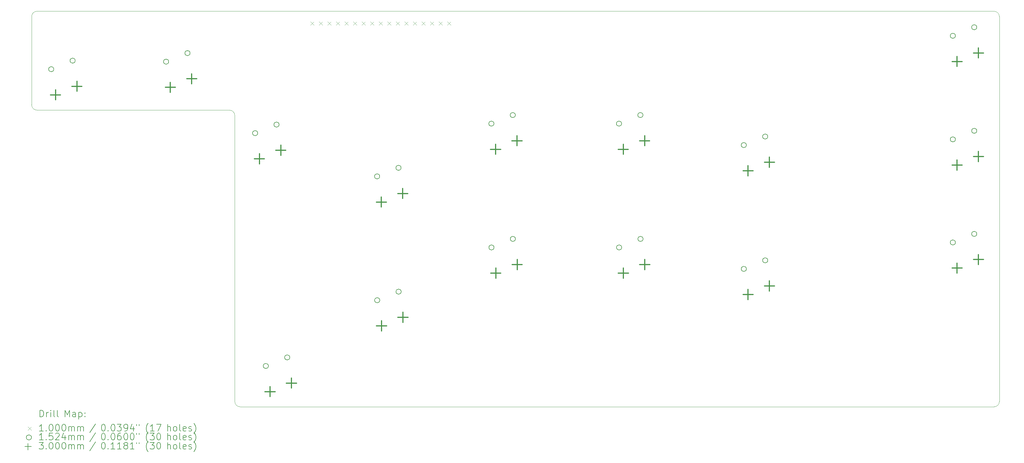
<source format=gbr>
%TF.GenerationSoftware,KiCad,Pcbnew,(7.0.0)*%
%TF.CreationDate,2023-03-03T17:09:04-06:00*%
%TF.ProjectId,Frosty,46726f73-7479-42e6-9b69-6361645f7063,rev?*%
%TF.SameCoordinates,Original*%
%TF.FileFunction,Drillmap*%
%TF.FilePolarity,Positive*%
%FSLAX45Y45*%
G04 Gerber Fmt 4.5, Leading zero omitted, Abs format (unit mm)*
G04 Created by KiCad (PCBNEW (7.0.0)) date 2023-03-03 17:09:04*
%MOMM*%
%LPD*%
G01*
G04 APERTURE LIST*
%ADD10C,0.100000*%
%ADD11C,0.200000*%
%ADD12C,0.152400*%
%ADD13C,0.300000*%
G04 APERTURE END LIST*
D10*
X30638750Y-13731875D02*
G75*
G03*
X30797500Y-13573125I0J158750D01*
G01*
X30638750Y-13731875D02*
X8255000Y-13731875D01*
X8096250Y-5080000D02*
G75*
G03*
X7937500Y-4921250I-158750J0D01*
G01*
X30797505Y-2143125D02*
G75*
G03*
X30638750Y-1984375I-158755J-5D01*
G01*
X2222500Y-1984375D02*
G75*
G03*
X2063750Y-2143125I0J-158750D01*
G01*
X30797500Y-2143125D02*
X30797500Y-13573125D01*
X7937500Y-4921250D02*
X2222500Y-4921250D01*
X8096250Y-13573125D02*
X8096250Y-5080000D01*
X2222500Y-1984375D02*
X30638750Y-1984375D01*
X2063750Y-4762500D02*
X2063750Y-2143125D01*
X2063750Y-4762500D02*
G75*
G03*
X2222500Y-4921250I158750J0D01*
G01*
X8096245Y-13573125D02*
G75*
G03*
X8255000Y-13731875I158755J5D01*
G01*
D11*
D10*
X10348125Y-2297083D02*
X10448125Y-2397083D01*
X10448125Y-2297083D02*
X10348125Y-2397083D01*
X10602125Y-2297083D02*
X10702125Y-2397083D01*
X10702125Y-2297083D02*
X10602125Y-2397083D01*
X10856125Y-2297083D02*
X10956125Y-2397083D01*
X10956125Y-2297083D02*
X10856125Y-2397083D01*
X11110125Y-2297083D02*
X11210125Y-2397083D01*
X11210125Y-2297083D02*
X11110125Y-2397083D01*
X11364125Y-2297083D02*
X11464125Y-2397083D01*
X11464125Y-2297083D02*
X11364125Y-2397083D01*
X11618125Y-2297083D02*
X11718125Y-2397083D01*
X11718125Y-2297083D02*
X11618125Y-2397083D01*
X11872125Y-2297083D02*
X11972125Y-2397083D01*
X11972125Y-2297083D02*
X11872125Y-2397083D01*
X12126125Y-2297083D02*
X12226125Y-2397083D01*
X12226125Y-2297083D02*
X12126125Y-2397083D01*
X12380125Y-2297083D02*
X12480125Y-2397083D01*
X12480125Y-2297083D02*
X12380125Y-2397083D01*
X12634125Y-2297083D02*
X12734125Y-2397083D01*
X12734125Y-2297083D02*
X12634125Y-2397083D01*
X12888125Y-2297083D02*
X12988125Y-2397083D01*
X12988125Y-2297083D02*
X12888125Y-2397083D01*
X13142125Y-2297083D02*
X13242125Y-2397083D01*
X13242125Y-2297083D02*
X13142125Y-2397083D01*
X13396125Y-2297083D02*
X13496125Y-2397083D01*
X13496125Y-2297083D02*
X13396125Y-2397083D01*
X13650125Y-2297083D02*
X13750125Y-2397083D01*
X13750125Y-2297083D02*
X13650125Y-2397083D01*
X13904125Y-2297083D02*
X14004125Y-2397083D01*
X14004125Y-2297083D02*
X13904125Y-2397083D01*
X14158125Y-2297083D02*
X14258125Y-2397083D01*
X14258125Y-2297083D02*
X14158125Y-2397083D01*
X14412125Y-2297083D02*
X14512125Y-2397083D01*
X14512125Y-2297083D02*
X14412125Y-2397083D01*
D12*
X2722222Y-3704975D02*
G75*
G03*
X2722222Y-3704975I-76200J0D01*
G01*
X3357222Y-3450975D02*
G75*
G03*
X3357222Y-3450975I-76200J0D01*
G01*
X6132411Y-3481582D02*
G75*
G03*
X6132411Y-3481582I-76200J0D01*
G01*
X6767411Y-3227582D02*
G75*
G03*
X6767411Y-3227582I-76200J0D01*
G01*
X8776130Y-5604240D02*
G75*
G03*
X8776130Y-5604240I-76200J0D01*
G01*
X9093630Y-12518670D02*
G75*
G03*
X9093630Y-12518670I-76200J0D01*
G01*
X9411130Y-5350240D02*
G75*
G03*
X9411130Y-5350240I-76200J0D01*
G01*
X9728630Y-12264670D02*
G75*
G03*
X9728630Y-12264670I-76200J0D01*
G01*
X12397926Y-6888243D02*
G75*
G03*
X12397926Y-6888243I-76200J0D01*
G01*
X12400860Y-10565900D02*
G75*
G03*
X12400860Y-10565900I-76200J0D01*
G01*
X13032926Y-6634243D02*
G75*
G03*
X13032926Y-6634243I-76200J0D01*
G01*
X13035860Y-10311900D02*
G75*
G03*
X13035860Y-10311900I-76200J0D01*
G01*
X15790473Y-5321373D02*
G75*
G03*
X15790473Y-5321373I-76200J0D01*
G01*
X15793410Y-8999030D02*
G75*
G03*
X15793410Y-8999030I-76200J0D01*
G01*
X16425473Y-5067373D02*
G75*
G03*
X16425473Y-5067373I-76200J0D01*
G01*
X16428410Y-8745030D02*
G75*
G03*
X16428410Y-8745030I-76200J0D01*
G01*
X19579890Y-5321320D02*
G75*
G03*
X19579890Y-5321320I-76200J0D01*
G01*
X19582830Y-8998980D02*
G75*
G03*
X19582830Y-8998980I-76200J0D01*
G01*
X20214890Y-5067320D02*
G75*
G03*
X20214890Y-5067320I-76200J0D01*
G01*
X20217830Y-8744980D02*
G75*
G03*
X20217830Y-8744980I-76200J0D01*
G01*
X23284590Y-5958790D02*
G75*
G03*
X23284590Y-5958790I-76200J0D01*
G01*
X23285530Y-9635450D02*
G75*
G03*
X23285530Y-9635450I-76200J0D01*
G01*
X23919590Y-5704790D02*
G75*
G03*
X23919590Y-5704790I-76200J0D01*
G01*
X23920530Y-9381450D02*
G75*
G03*
X23920530Y-9381450I-76200J0D01*
G01*
X29491930Y-2713240D02*
G75*
G03*
X29491930Y-2713240I-76200J0D01*
G01*
X29491930Y-8850460D02*
G75*
G03*
X29491930Y-8850460I-76200J0D01*
G01*
X29492040Y-5789160D02*
G75*
G03*
X29492040Y-5789160I-76200J0D01*
G01*
X30126930Y-2459240D02*
G75*
G03*
X30126930Y-2459240I-76200J0D01*
G01*
X30126930Y-8596460D02*
G75*
G03*
X30126930Y-8596460I-76200J0D01*
G01*
X30127040Y-5535160D02*
G75*
G03*
X30127040Y-5535160I-76200J0D01*
G01*
D13*
X2773022Y-4316975D02*
X2773022Y-4616975D01*
X2623022Y-4466975D02*
X2923022Y-4466975D01*
X3408022Y-4062975D02*
X3408022Y-4362975D01*
X3258022Y-4212975D02*
X3558022Y-4212975D01*
X6183211Y-4093582D02*
X6183211Y-4393582D01*
X6033211Y-4243582D02*
X6333211Y-4243582D01*
X6818211Y-3839582D02*
X6818211Y-4139582D01*
X6668211Y-3989582D02*
X6968211Y-3989582D01*
X8826930Y-6216240D02*
X8826930Y-6516240D01*
X8676930Y-6366240D02*
X8976930Y-6366240D01*
X9144430Y-13130670D02*
X9144430Y-13430670D01*
X8994430Y-13280670D02*
X9294430Y-13280670D01*
X9461930Y-5962240D02*
X9461930Y-6262240D01*
X9311930Y-6112240D02*
X9611930Y-6112240D01*
X9779430Y-12876670D02*
X9779430Y-13176670D01*
X9629430Y-13026670D02*
X9929430Y-13026670D01*
X12448726Y-7500243D02*
X12448726Y-7800243D01*
X12298726Y-7650243D02*
X12598726Y-7650243D01*
X12451660Y-11177900D02*
X12451660Y-11477900D01*
X12301660Y-11327900D02*
X12601660Y-11327900D01*
X13083726Y-7246243D02*
X13083726Y-7546243D01*
X12933726Y-7396243D02*
X13233726Y-7396243D01*
X13086660Y-10923900D02*
X13086660Y-11223900D01*
X12936660Y-11073900D02*
X13236660Y-11073900D01*
X15841273Y-5933373D02*
X15841273Y-6233373D01*
X15691273Y-6083373D02*
X15991273Y-6083373D01*
X15844210Y-9611030D02*
X15844210Y-9911030D01*
X15694210Y-9761030D02*
X15994210Y-9761030D01*
X16476273Y-5679373D02*
X16476273Y-5979373D01*
X16326273Y-5829373D02*
X16626273Y-5829373D01*
X16479210Y-9357030D02*
X16479210Y-9657030D01*
X16329210Y-9507030D02*
X16629210Y-9507030D01*
X19630690Y-5933320D02*
X19630690Y-6233320D01*
X19480690Y-6083320D02*
X19780690Y-6083320D01*
X19633630Y-9610980D02*
X19633630Y-9910980D01*
X19483630Y-9760980D02*
X19783630Y-9760980D01*
X20265690Y-5679320D02*
X20265690Y-5979320D01*
X20115690Y-5829320D02*
X20415690Y-5829320D01*
X20268630Y-9356980D02*
X20268630Y-9656980D01*
X20118630Y-9506980D02*
X20418630Y-9506980D01*
X23335390Y-6570790D02*
X23335390Y-6870790D01*
X23185390Y-6720790D02*
X23485390Y-6720790D01*
X23336330Y-10247450D02*
X23336330Y-10547450D01*
X23186330Y-10397450D02*
X23486330Y-10397450D01*
X23970390Y-6316790D02*
X23970390Y-6616790D01*
X23820390Y-6466790D02*
X24120390Y-6466790D01*
X23971330Y-9993450D02*
X23971330Y-10293450D01*
X23821330Y-10143450D02*
X24121330Y-10143450D01*
X29542730Y-3325240D02*
X29542730Y-3625240D01*
X29392730Y-3475240D02*
X29692730Y-3475240D01*
X29542730Y-9462460D02*
X29542730Y-9762460D01*
X29392730Y-9612460D02*
X29692730Y-9612460D01*
X29542840Y-6401160D02*
X29542840Y-6701160D01*
X29392840Y-6551160D02*
X29692840Y-6551160D01*
X30177730Y-3071240D02*
X30177730Y-3371240D01*
X30027730Y-3221240D02*
X30327730Y-3221240D01*
X30177730Y-9208460D02*
X30177730Y-9508460D01*
X30027730Y-9358460D02*
X30327730Y-9358460D01*
X30177840Y-6147160D02*
X30177840Y-6447160D01*
X30027840Y-6297160D02*
X30327840Y-6297160D01*
D11*
X2306369Y-14030351D02*
X2306369Y-13830351D01*
X2306369Y-13830351D02*
X2353988Y-13830351D01*
X2353988Y-13830351D02*
X2382560Y-13839875D01*
X2382560Y-13839875D02*
X2401607Y-13858923D01*
X2401607Y-13858923D02*
X2411131Y-13877970D01*
X2411131Y-13877970D02*
X2420655Y-13916065D01*
X2420655Y-13916065D02*
X2420655Y-13944637D01*
X2420655Y-13944637D02*
X2411131Y-13982732D01*
X2411131Y-13982732D02*
X2401607Y-14001780D01*
X2401607Y-14001780D02*
X2382560Y-14020827D01*
X2382560Y-14020827D02*
X2353988Y-14030351D01*
X2353988Y-14030351D02*
X2306369Y-14030351D01*
X2506369Y-14030351D02*
X2506369Y-13897018D01*
X2506369Y-13935113D02*
X2515893Y-13916065D01*
X2515893Y-13916065D02*
X2525417Y-13906542D01*
X2525417Y-13906542D02*
X2544464Y-13897018D01*
X2544464Y-13897018D02*
X2563512Y-13897018D01*
X2630179Y-14030351D02*
X2630179Y-13897018D01*
X2630179Y-13830351D02*
X2620655Y-13839875D01*
X2620655Y-13839875D02*
X2630179Y-13849399D01*
X2630179Y-13849399D02*
X2639702Y-13839875D01*
X2639702Y-13839875D02*
X2630179Y-13830351D01*
X2630179Y-13830351D02*
X2630179Y-13849399D01*
X2753988Y-14030351D02*
X2734940Y-14020827D01*
X2734940Y-14020827D02*
X2725417Y-14001780D01*
X2725417Y-14001780D02*
X2725417Y-13830351D01*
X2858750Y-14030351D02*
X2839702Y-14020827D01*
X2839702Y-14020827D02*
X2830178Y-14001780D01*
X2830178Y-14001780D02*
X2830178Y-13830351D01*
X3054940Y-14030351D02*
X3054940Y-13830351D01*
X3054940Y-13830351D02*
X3121607Y-13973208D01*
X3121607Y-13973208D02*
X3188274Y-13830351D01*
X3188274Y-13830351D02*
X3188274Y-14030351D01*
X3369226Y-14030351D02*
X3369226Y-13925589D01*
X3369226Y-13925589D02*
X3359702Y-13906542D01*
X3359702Y-13906542D02*
X3340655Y-13897018D01*
X3340655Y-13897018D02*
X3302559Y-13897018D01*
X3302559Y-13897018D02*
X3283512Y-13906542D01*
X3369226Y-14020827D02*
X3350178Y-14030351D01*
X3350178Y-14030351D02*
X3302559Y-14030351D01*
X3302559Y-14030351D02*
X3283512Y-14020827D01*
X3283512Y-14020827D02*
X3273988Y-14001780D01*
X3273988Y-14001780D02*
X3273988Y-13982732D01*
X3273988Y-13982732D02*
X3283512Y-13963684D01*
X3283512Y-13963684D02*
X3302559Y-13954161D01*
X3302559Y-13954161D02*
X3350178Y-13954161D01*
X3350178Y-13954161D02*
X3369226Y-13944637D01*
X3464464Y-13897018D02*
X3464464Y-14097018D01*
X3464464Y-13906542D02*
X3483512Y-13897018D01*
X3483512Y-13897018D02*
X3521607Y-13897018D01*
X3521607Y-13897018D02*
X3540655Y-13906542D01*
X3540655Y-13906542D02*
X3550178Y-13916065D01*
X3550178Y-13916065D02*
X3559702Y-13935113D01*
X3559702Y-13935113D02*
X3559702Y-13992256D01*
X3559702Y-13992256D02*
X3550178Y-14011303D01*
X3550178Y-14011303D02*
X3540655Y-14020827D01*
X3540655Y-14020827D02*
X3521607Y-14030351D01*
X3521607Y-14030351D02*
X3483512Y-14030351D01*
X3483512Y-14030351D02*
X3464464Y-14020827D01*
X3645417Y-14011303D02*
X3654940Y-14020827D01*
X3654940Y-14020827D02*
X3645417Y-14030351D01*
X3645417Y-14030351D02*
X3635893Y-14020827D01*
X3635893Y-14020827D02*
X3645417Y-14011303D01*
X3645417Y-14011303D02*
X3645417Y-14030351D01*
X3645417Y-13906542D02*
X3654940Y-13916065D01*
X3654940Y-13916065D02*
X3645417Y-13925589D01*
X3645417Y-13925589D02*
X3635893Y-13916065D01*
X3635893Y-13916065D02*
X3645417Y-13906542D01*
X3645417Y-13906542D02*
X3645417Y-13925589D01*
D10*
X1958750Y-14326875D02*
X2058750Y-14426875D01*
X2058750Y-14326875D02*
X1958750Y-14426875D01*
D11*
X2411131Y-14450351D02*
X2296845Y-14450351D01*
X2353988Y-14450351D02*
X2353988Y-14250351D01*
X2353988Y-14250351D02*
X2334940Y-14278923D01*
X2334940Y-14278923D02*
X2315893Y-14297970D01*
X2315893Y-14297970D02*
X2296845Y-14307494D01*
X2496845Y-14431303D02*
X2506369Y-14440827D01*
X2506369Y-14440827D02*
X2496845Y-14450351D01*
X2496845Y-14450351D02*
X2487321Y-14440827D01*
X2487321Y-14440827D02*
X2496845Y-14431303D01*
X2496845Y-14431303D02*
X2496845Y-14450351D01*
X2630179Y-14250351D02*
X2649226Y-14250351D01*
X2649226Y-14250351D02*
X2668274Y-14259875D01*
X2668274Y-14259875D02*
X2677798Y-14269399D01*
X2677798Y-14269399D02*
X2687321Y-14288446D01*
X2687321Y-14288446D02*
X2696845Y-14326542D01*
X2696845Y-14326542D02*
X2696845Y-14374161D01*
X2696845Y-14374161D02*
X2687321Y-14412256D01*
X2687321Y-14412256D02*
X2677798Y-14431303D01*
X2677798Y-14431303D02*
X2668274Y-14440827D01*
X2668274Y-14440827D02*
X2649226Y-14450351D01*
X2649226Y-14450351D02*
X2630179Y-14450351D01*
X2630179Y-14450351D02*
X2611131Y-14440827D01*
X2611131Y-14440827D02*
X2601607Y-14431303D01*
X2601607Y-14431303D02*
X2592083Y-14412256D01*
X2592083Y-14412256D02*
X2582560Y-14374161D01*
X2582560Y-14374161D02*
X2582560Y-14326542D01*
X2582560Y-14326542D02*
X2592083Y-14288446D01*
X2592083Y-14288446D02*
X2601607Y-14269399D01*
X2601607Y-14269399D02*
X2611131Y-14259875D01*
X2611131Y-14259875D02*
X2630179Y-14250351D01*
X2820655Y-14250351D02*
X2839702Y-14250351D01*
X2839702Y-14250351D02*
X2858750Y-14259875D01*
X2858750Y-14259875D02*
X2868274Y-14269399D01*
X2868274Y-14269399D02*
X2877798Y-14288446D01*
X2877798Y-14288446D02*
X2887321Y-14326542D01*
X2887321Y-14326542D02*
X2887321Y-14374161D01*
X2887321Y-14374161D02*
X2877798Y-14412256D01*
X2877798Y-14412256D02*
X2868274Y-14431303D01*
X2868274Y-14431303D02*
X2858750Y-14440827D01*
X2858750Y-14440827D02*
X2839702Y-14450351D01*
X2839702Y-14450351D02*
X2820655Y-14450351D01*
X2820655Y-14450351D02*
X2801607Y-14440827D01*
X2801607Y-14440827D02*
X2792083Y-14431303D01*
X2792083Y-14431303D02*
X2782560Y-14412256D01*
X2782560Y-14412256D02*
X2773036Y-14374161D01*
X2773036Y-14374161D02*
X2773036Y-14326542D01*
X2773036Y-14326542D02*
X2782560Y-14288446D01*
X2782560Y-14288446D02*
X2792083Y-14269399D01*
X2792083Y-14269399D02*
X2801607Y-14259875D01*
X2801607Y-14259875D02*
X2820655Y-14250351D01*
X3011131Y-14250351D02*
X3030179Y-14250351D01*
X3030179Y-14250351D02*
X3049226Y-14259875D01*
X3049226Y-14259875D02*
X3058750Y-14269399D01*
X3058750Y-14269399D02*
X3068274Y-14288446D01*
X3068274Y-14288446D02*
X3077798Y-14326542D01*
X3077798Y-14326542D02*
X3077798Y-14374161D01*
X3077798Y-14374161D02*
X3068274Y-14412256D01*
X3068274Y-14412256D02*
X3058750Y-14431303D01*
X3058750Y-14431303D02*
X3049226Y-14440827D01*
X3049226Y-14440827D02*
X3030179Y-14450351D01*
X3030179Y-14450351D02*
X3011131Y-14450351D01*
X3011131Y-14450351D02*
X2992083Y-14440827D01*
X2992083Y-14440827D02*
X2982559Y-14431303D01*
X2982559Y-14431303D02*
X2973036Y-14412256D01*
X2973036Y-14412256D02*
X2963512Y-14374161D01*
X2963512Y-14374161D02*
X2963512Y-14326542D01*
X2963512Y-14326542D02*
X2973036Y-14288446D01*
X2973036Y-14288446D02*
X2982559Y-14269399D01*
X2982559Y-14269399D02*
X2992083Y-14259875D01*
X2992083Y-14259875D02*
X3011131Y-14250351D01*
X3163512Y-14450351D02*
X3163512Y-14317018D01*
X3163512Y-14336065D02*
X3173036Y-14326542D01*
X3173036Y-14326542D02*
X3192083Y-14317018D01*
X3192083Y-14317018D02*
X3220655Y-14317018D01*
X3220655Y-14317018D02*
X3239702Y-14326542D01*
X3239702Y-14326542D02*
X3249226Y-14345589D01*
X3249226Y-14345589D02*
X3249226Y-14450351D01*
X3249226Y-14345589D02*
X3258750Y-14326542D01*
X3258750Y-14326542D02*
X3277798Y-14317018D01*
X3277798Y-14317018D02*
X3306369Y-14317018D01*
X3306369Y-14317018D02*
X3325417Y-14326542D01*
X3325417Y-14326542D02*
X3334940Y-14345589D01*
X3334940Y-14345589D02*
X3334940Y-14450351D01*
X3430179Y-14450351D02*
X3430179Y-14317018D01*
X3430179Y-14336065D02*
X3439702Y-14326542D01*
X3439702Y-14326542D02*
X3458750Y-14317018D01*
X3458750Y-14317018D02*
X3487321Y-14317018D01*
X3487321Y-14317018D02*
X3506369Y-14326542D01*
X3506369Y-14326542D02*
X3515893Y-14345589D01*
X3515893Y-14345589D02*
X3515893Y-14450351D01*
X3515893Y-14345589D02*
X3525417Y-14326542D01*
X3525417Y-14326542D02*
X3544464Y-14317018D01*
X3544464Y-14317018D02*
X3573036Y-14317018D01*
X3573036Y-14317018D02*
X3592083Y-14326542D01*
X3592083Y-14326542D02*
X3601607Y-14345589D01*
X3601607Y-14345589D02*
X3601607Y-14450351D01*
X3959702Y-14240827D02*
X3788274Y-14497970D01*
X4184464Y-14250351D02*
X4203512Y-14250351D01*
X4203512Y-14250351D02*
X4222560Y-14259875D01*
X4222560Y-14259875D02*
X4232083Y-14269399D01*
X4232083Y-14269399D02*
X4241607Y-14288446D01*
X4241607Y-14288446D02*
X4251131Y-14326542D01*
X4251131Y-14326542D02*
X4251131Y-14374161D01*
X4251131Y-14374161D02*
X4241607Y-14412256D01*
X4241607Y-14412256D02*
X4232083Y-14431303D01*
X4232083Y-14431303D02*
X4222560Y-14440827D01*
X4222560Y-14440827D02*
X4203512Y-14450351D01*
X4203512Y-14450351D02*
X4184464Y-14450351D01*
X4184464Y-14450351D02*
X4165417Y-14440827D01*
X4165417Y-14440827D02*
X4155893Y-14431303D01*
X4155893Y-14431303D02*
X4146369Y-14412256D01*
X4146369Y-14412256D02*
X4136845Y-14374161D01*
X4136845Y-14374161D02*
X4136845Y-14326542D01*
X4136845Y-14326542D02*
X4146369Y-14288446D01*
X4146369Y-14288446D02*
X4155893Y-14269399D01*
X4155893Y-14269399D02*
X4165417Y-14259875D01*
X4165417Y-14259875D02*
X4184464Y-14250351D01*
X4336845Y-14431303D02*
X4346369Y-14440827D01*
X4346369Y-14440827D02*
X4336845Y-14450351D01*
X4336845Y-14450351D02*
X4327322Y-14440827D01*
X4327322Y-14440827D02*
X4336845Y-14431303D01*
X4336845Y-14431303D02*
X4336845Y-14450351D01*
X4470179Y-14250351D02*
X4489226Y-14250351D01*
X4489226Y-14250351D02*
X4508274Y-14259875D01*
X4508274Y-14259875D02*
X4517798Y-14269399D01*
X4517798Y-14269399D02*
X4527322Y-14288446D01*
X4527322Y-14288446D02*
X4536845Y-14326542D01*
X4536845Y-14326542D02*
X4536845Y-14374161D01*
X4536845Y-14374161D02*
X4527322Y-14412256D01*
X4527322Y-14412256D02*
X4517798Y-14431303D01*
X4517798Y-14431303D02*
X4508274Y-14440827D01*
X4508274Y-14440827D02*
X4489226Y-14450351D01*
X4489226Y-14450351D02*
X4470179Y-14450351D01*
X4470179Y-14450351D02*
X4451131Y-14440827D01*
X4451131Y-14440827D02*
X4441607Y-14431303D01*
X4441607Y-14431303D02*
X4432083Y-14412256D01*
X4432083Y-14412256D02*
X4422560Y-14374161D01*
X4422560Y-14374161D02*
X4422560Y-14326542D01*
X4422560Y-14326542D02*
X4432083Y-14288446D01*
X4432083Y-14288446D02*
X4441607Y-14269399D01*
X4441607Y-14269399D02*
X4451131Y-14259875D01*
X4451131Y-14259875D02*
X4470179Y-14250351D01*
X4603512Y-14250351D02*
X4727322Y-14250351D01*
X4727322Y-14250351D02*
X4660655Y-14326542D01*
X4660655Y-14326542D02*
X4689226Y-14326542D01*
X4689226Y-14326542D02*
X4708274Y-14336065D01*
X4708274Y-14336065D02*
X4717798Y-14345589D01*
X4717798Y-14345589D02*
X4727322Y-14364637D01*
X4727322Y-14364637D02*
X4727322Y-14412256D01*
X4727322Y-14412256D02*
X4717798Y-14431303D01*
X4717798Y-14431303D02*
X4708274Y-14440827D01*
X4708274Y-14440827D02*
X4689226Y-14450351D01*
X4689226Y-14450351D02*
X4632083Y-14450351D01*
X4632083Y-14450351D02*
X4613036Y-14440827D01*
X4613036Y-14440827D02*
X4603512Y-14431303D01*
X4822560Y-14450351D02*
X4860655Y-14450351D01*
X4860655Y-14450351D02*
X4879703Y-14440827D01*
X4879703Y-14440827D02*
X4889226Y-14431303D01*
X4889226Y-14431303D02*
X4908274Y-14402732D01*
X4908274Y-14402732D02*
X4917798Y-14364637D01*
X4917798Y-14364637D02*
X4917798Y-14288446D01*
X4917798Y-14288446D02*
X4908274Y-14269399D01*
X4908274Y-14269399D02*
X4898750Y-14259875D01*
X4898750Y-14259875D02*
X4879703Y-14250351D01*
X4879703Y-14250351D02*
X4841607Y-14250351D01*
X4841607Y-14250351D02*
X4822560Y-14259875D01*
X4822560Y-14259875D02*
X4813036Y-14269399D01*
X4813036Y-14269399D02*
X4803512Y-14288446D01*
X4803512Y-14288446D02*
X4803512Y-14336065D01*
X4803512Y-14336065D02*
X4813036Y-14355113D01*
X4813036Y-14355113D02*
X4822560Y-14364637D01*
X4822560Y-14364637D02*
X4841607Y-14374161D01*
X4841607Y-14374161D02*
X4879703Y-14374161D01*
X4879703Y-14374161D02*
X4898750Y-14364637D01*
X4898750Y-14364637D02*
X4908274Y-14355113D01*
X4908274Y-14355113D02*
X4917798Y-14336065D01*
X5089226Y-14317018D02*
X5089226Y-14450351D01*
X5041607Y-14240827D02*
X4993988Y-14383684D01*
X4993988Y-14383684D02*
X5117798Y-14383684D01*
X5184464Y-14250351D02*
X5184464Y-14288446D01*
X5260655Y-14250351D02*
X5260655Y-14288446D01*
X5523512Y-14526542D02*
X5513988Y-14517018D01*
X5513988Y-14517018D02*
X5494941Y-14488446D01*
X5494941Y-14488446D02*
X5485417Y-14469399D01*
X5485417Y-14469399D02*
X5475893Y-14440827D01*
X5475893Y-14440827D02*
X5466369Y-14393208D01*
X5466369Y-14393208D02*
X5466369Y-14355113D01*
X5466369Y-14355113D02*
X5475893Y-14307494D01*
X5475893Y-14307494D02*
X5485417Y-14278923D01*
X5485417Y-14278923D02*
X5494941Y-14259875D01*
X5494941Y-14259875D02*
X5513988Y-14231303D01*
X5513988Y-14231303D02*
X5523512Y-14221780D01*
X5704464Y-14450351D02*
X5590179Y-14450351D01*
X5647321Y-14450351D02*
X5647321Y-14250351D01*
X5647321Y-14250351D02*
X5628274Y-14278923D01*
X5628274Y-14278923D02*
X5609226Y-14297970D01*
X5609226Y-14297970D02*
X5590179Y-14307494D01*
X5771131Y-14250351D02*
X5904464Y-14250351D01*
X5904464Y-14250351D02*
X5818750Y-14450351D01*
X6100655Y-14450351D02*
X6100655Y-14250351D01*
X6186369Y-14450351D02*
X6186369Y-14345589D01*
X6186369Y-14345589D02*
X6176845Y-14326542D01*
X6176845Y-14326542D02*
X6157798Y-14317018D01*
X6157798Y-14317018D02*
X6129226Y-14317018D01*
X6129226Y-14317018D02*
X6110179Y-14326542D01*
X6110179Y-14326542D02*
X6100655Y-14336065D01*
X6310179Y-14450351D02*
X6291131Y-14440827D01*
X6291131Y-14440827D02*
X6281607Y-14431303D01*
X6281607Y-14431303D02*
X6272083Y-14412256D01*
X6272083Y-14412256D02*
X6272083Y-14355113D01*
X6272083Y-14355113D02*
X6281607Y-14336065D01*
X6281607Y-14336065D02*
X6291131Y-14326542D01*
X6291131Y-14326542D02*
X6310179Y-14317018D01*
X6310179Y-14317018D02*
X6338750Y-14317018D01*
X6338750Y-14317018D02*
X6357798Y-14326542D01*
X6357798Y-14326542D02*
X6367322Y-14336065D01*
X6367322Y-14336065D02*
X6376845Y-14355113D01*
X6376845Y-14355113D02*
X6376845Y-14412256D01*
X6376845Y-14412256D02*
X6367322Y-14431303D01*
X6367322Y-14431303D02*
X6357798Y-14440827D01*
X6357798Y-14440827D02*
X6338750Y-14450351D01*
X6338750Y-14450351D02*
X6310179Y-14450351D01*
X6491131Y-14450351D02*
X6472083Y-14440827D01*
X6472083Y-14440827D02*
X6462560Y-14421780D01*
X6462560Y-14421780D02*
X6462560Y-14250351D01*
X6643512Y-14440827D02*
X6624464Y-14450351D01*
X6624464Y-14450351D02*
X6586369Y-14450351D01*
X6586369Y-14450351D02*
X6567322Y-14440827D01*
X6567322Y-14440827D02*
X6557798Y-14421780D01*
X6557798Y-14421780D02*
X6557798Y-14345589D01*
X6557798Y-14345589D02*
X6567322Y-14326542D01*
X6567322Y-14326542D02*
X6586369Y-14317018D01*
X6586369Y-14317018D02*
X6624464Y-14317018D01*
X6624464Y-14317018D02*
X6643512Y-14326542D01*
X6643512Y-14326542D02*
X6653036Y-14345589D01*
X6653036Y-14345589D02*
X6653036Y-14364637D01*
X6653036Y-14364637D02*
X6557798Y-14383684D01*
X6729226Y-14440827D02*
X6748274Y-14450351D01*
X6748274Y-14450351D02*
X6786369Y-14450351D01*
X6786369Y-14450351D02*
X6805417Y-14440827D01*
X6805417Y-14440827D02*
X6814941Y-14421780D01*
X6814941Y-14421780D02*
X6814941Y-14412256D01*
X6814941Y-14412256D02*
X6805417Y-14393208D01*
X6805417Y-14393208D02*
X6786369Y-14383684D01*
X6786369Y-14383684D02*
X6757798Y-14383684D01*
X6757798Y-14383684D02*
X6738750Y-14374161D01*
X6738750Y-14374161D02*
X6729226Y-14355113D01*
X6729226Y-14355113D02*
X6729226Y-14345589D01*
X6729226Y-14345589D02*
X6738750Y-14326542D01*
X6738750Y-14326542D02*
X6757798Y-14317018D01*
X6757798Y-14317018D02*
X6786369Y-14317018D01*
X6786369Y-14317018D02*
X6805417Y-14326542D01*
X6881607Y-14526542D02*
X6891131Y-14517018D01*
X6891131Y-14517018D02*
X6910179Y-14488446D01*
X6910179Y-14488446D02*
X6919703Y-14469399D01*
X6919703Y-14469399D02*
X6929226Y-14440827D01*
X6929226Y-14440827D02*
X6938750Y-14393208D01*
X6938750Y-14393208D02*
X6938750Y-14355113D01*
X6938750Y-14355113D02*
X6929226Y-14307494D01*
X6929226Y-14307494D02*
X6919703Y-14278923D01*
X6919703Y-14278923D02*
X6910179Y-14259875D01*
X6910179Y-14259875D02*
X6891131Y-14231303D01*
X6891131Y-14231303D02*
X6881607Y-14221780D01*
D12*
X2058750Y-14640875D02*
G75*
G03*
X2058750Y-14640875I-76200J0D01*
G01*
D11*
X2411131Y-14714351D02*
X2296845Y-14714351D01*
X2353988Y-14714351D02*
X2353988Y-14514351D01*
X2353988Y-14514351D02*
X2334940Y-14542923D01*
X2334940Y-14542923D02*
X2315893Y-14561970D01*
X2315893Y-14561970D02*
X2296845Y-14571494D01*
X2496845Y-14695303D02*
X2506369Y-14704827D01*
X2506369Y-14704827D02*
X2496845Y-14714351D01*
X2496845Y-14714351D02*
X2487321Y-14704827D01*
X2487321Y-14704827D02*
X2496845Y-14695303D01*
X2496845Y-14695303D02*
X2496845Y-14714351D01*
X2687321Y-14514351D02*
X2592083Y-14514351D01*
X2592083Y-14514351D02*
X2582560Y-14609589D01*
X2582560Y-14609589D02*
X2592083Y-14600065D01*
X2592083Y-14600065D02*
X2611131Y-14590542D01*
X2611131Y-14590542D02*
X2658750Y-14590542D01*
X2658750Y-14590542D02*
X2677798Y-14600065D01*
X2677798Y-14600065D02*
X2687321Y-14609589D01*
X2687321Y-14609589D02*
X2696845Y-14628637D01*
X2696845Y-14628637D02*
X2696845Y-14676256D01*
X2696845Y-14676256D02*
X2687321Y-14695303D01*
X2687321Y-14695303D02*
X2677798Y-14704827D01*
X2677798Y-14704827D02*
X2658750Y-14714351D01*
X2658750Y-14714351D02*
X2611131Y-14714351D01*
X2611131Y-14714351D02*
X2592083Y-14704827D01*
X2592083Y-14704827D02*
X2582560Y-14695303D01*
X2773036Y-14533399D02*
X2782560Y-14523875D01*
X2782560Y-14523875D02*
X2801607Y-14514351D01*
X2801607Y-14514351D02*
X2849226Y-14514351D01*
X2849226Y-14514351D02*
X2868274Y-14523875D01*
X2868274Y-14523875D02*
X2877798Y-14533399D01*
X2877798Y-14533399D02*
X2887321Y-14552446D01*
X2887321Y-14552446D02*
X2887321Y-14571494D01*
X2887321Y-14571494D02*
X2877798Y-14600065D01*
X2877798Y-14600065D02*
X2763512Y-14714351D01*
X2763512Y-14714351D02*
X2887321Y-14714351D01*
X3058750Y-14581018D02*
X3058750Y-14714351D01*
X3011131Y-14504827D02*
X2963512Y-14647684D01*
X2963512Y-14647684D02*
X3087321Y-14647684D01*
X3163512Y-14714351D02*
X3163512Y-14581018D01*
X3163512Y-14600065D02*
X3173036Y-14590542D01*
X3173036Y-14590542D02*
X3192083Y-14581018D01*
X3192083Y-14581018D02*
X3220655Y-14581018D01*
X3220655Y-14581018D02*
X3239702Y-14590542D01*
X3239702Y-14590542D02*
X3249226Y-14609589D01*
X3249226Y-14609589D02*
X3249226Y-14714351D01*
X3249226Y-14609589D02*
X3258750Y-14590542D01*
X3258750Y-14590542D02*
X3277798Y-14581018D01*
X3277798Y-14581018D02*
X3306369Y-14581018D01*
X3306369Y-14581018D02*
X3325417Y-14590542D01*
X3325417Y-14590542D02*
X3334940Y-14609589D01*
X3334940Y-14609589D02*
X3334940Y-14714351D01*
X3430179Y-14714351D02*
X3430179Y-14581018D01*
X3430179Y-14600065D02*
X3439702Y-14590542D01*
X3439702Y-14590542D02*
X3458750Y-14581018D01*
X3458750Y-14581018D02*
X3487321Y-14581018D01*
X3487321Y-14581018D02*
X3506369Y-14590542D01*
X3506369Y-14590542D02*
X3515893Y-14609589D01*
X3515893Y-14609589D02*
X3515893Y-14714351D01*
X3515893Y-14609589D02*
X3525417Y-14590542D01*
X3525417Y-14590542D02*
X3544464Y-14581018D01*
X3544464Y-14581018D02*
X3573036Y-14581018D01*
X3573036Y-14581018D02*
X3592083Y-14590542D01*
X3592083Y-14590542D02*
X3601607Y-14609589D01*
X3601607Y-14609589D02*
X3601607Y-14714351D01*
X3959702Y-14504827D02*
X3788274Y-14761970D01*
X4184464Y-14514351D02*
X4203512Y-14514351D01*
X4203512Y-14514351D02*
X4222560Y-14523875D01*
X4222560Y-14523875D02*
X4232083Y-14533399D01*
X4232083Y-14533399D02*
X4241607Y-14552446D01*
X4241607Y-14552446D02*
X4251131Y-14590542D01*
X4251131Y-14590542D02*
X4251131Y-14638161D01*
X4251131Y-14638161D02*
X4241607Y-14676256D01*
X4241607Y-14676256D02*
X4232083Y-14695303D01*
X4232083Y-14695303D02*
X4222560Y-14704827D01*
X4222560Y-14704827D02*
X4203512Y-14714351D01*
X4203512Y-14714351D02*
X4184464Y-14714351D01*
X4184464Y-14714351D02*
X4165417Y-14704827D01*
X4165417Y-14704827D02*
X4155893Y-14695303D01*
X4155893Y-14695303D02*
X4146369Y-14676256D01*
X4146369Y-14676256D02*
X4136845Y-14638161D01*
X4136845Y-14638161D02*
X4136845Y-14590542D01*
X4136845Y-14590542D02*
X4146369Y-14552446D01*
X4146369Y-14552446D02*
X4155893Y-14533399D01*
X4155893Y-14533399D02*
X4165417Y-14523875D01*
X4165417Y-14523875D02*
X4184464Y-14514351D01*
X4336845Y-14695303D02*
X4346369Y-14704827D01*
X4346369Y-14704827D02*
X4336845Y-14714351D01*
X4336845Y-14714351D02*
X4327322Y-14704827D01*
X4327322Y-14704827D02*
X4336845Y-14695303D01*
X4336845Y-14695303D02*
X4336845Y-14714351D01*
X4470179Y-14514351D02*
X4489226Y-14514351D01*
X4489226Y-14514351D02*
X4508274Y-14523875D01*
X4508274Y-14523875D02*
X4517798Y-14533399D01*
X4517798Y-14533399D02*
X4527322Y-14552446D01*
X4527322Y-14552446D02*
X4536845Y-14590542D01*
X4536845Y-14590542D02*
X4536845Y-14638161D01*
X4536845Y-14638161D02*
X4527322Y-14676256D01*
X4527322Y-14676256D02*
X4517798Y-14695303D01*
X4517798Y-14695303D02*
X4508274Y-14704827D01*
X4508274Y-14704827D02*
X4489226Y-14714351D01*
X4489226Y-14714351D02*
X4470179Y-14714351D01*
X4470179Y-14714351D02*
X4451131Y-14704827D01*
X4451131Y-14704827D02*
X4441607Y-14695303D01*
X4441607Y-14695303D02*
X4432083Y-14676256D01*
X4432083Y-14676256D02*
X4422560Y-14638161D01*
X4422560Y-14638161D02*
X4422560Y-14590542D01*
X4422560Y-14590542D02*
X4432083Y-14552446D01*
X4432083Y-14552446D02*
X4441607Y-14533399D01*
X4441607Y-14533399D02*
X4451131Y-14523875D01*
X4451131Y-14523875D02*
X4470179Y-14514351D01*
X4708274Y-14514351D02*
X4670179Y-14514351D01*
X4670179Y-14514351D02*
X4651131Y-14523875D01*
X4651131Y-14523875D02*
X4641607Y-14533399D01*
X4641607Y-14533399D02*
X4622560Y-14561970D01*
X4622560Y-14561970D02*
X4613036Y-14600065D01*
X4613036Y-14600065D02*
X4613036Y-14676256D01*
X4613036Y-14676256D02*
X4622560Y-14695303D01*
X4622560Y-14695303D02*
X4632083Y-14704827D01*
X4632083Y-14704827D02*
X4651131Y-14714351D01*
X4651131Y-14714351D02*
X4689226Y-14714351D01*
X4689226Y-14714351D02*
X4708274Y-14704827D01*
X4708274Y-14704827D02*
X4717798Y-14695303D01*
X4717798Y-14695303D02*
X4727322Y-14676256D01*
X4727322Y-14676256D02*
X4727322Y-14628637D01*
X4727322Y-14628637D02*
X4717798Y-14609589D01*
X4717798Y-14609589D02*
X4708274Y-14600065D01*
X4708274Y-14600065D02*
X4689226Y-14590542D01*
X4689226Y-14590542D02*
X4651131Y-14590542D01*
X4651131Y-14590542D02*
X4632083Y-14600065D01*
X4632083Y-14600065D02*
X4622560Y-14609589D01*
X4622560Y-14609589D02*
X4613036Y-14628637D01*
X4851131Y-14514351D02*
X4870179Y-14514351D01*
X4870179Y-14514351D02*
X4889226Y-14523875D01*
X4889226Y-14523875D02*
X4898750Y-14533399D01*
X4898750Y-14533399D02*
X4908274Y-14552446D01*
X4908274Y-14552446D02*
X4917798Y-14590542D01*
X4917798Y-14590542D02*
X4917798Y-14638161D01*
X4917798Y-14638161D02*
X4908274Y-14676256D01*
X4908274Y-14676256D02*
X4898750Y-14695303D01*
X4898750Y-14695303D02*
X4889226Y-14704827D01*
X4889226Y-14704827D02*
X4870179Y-14714351D01*
X4870179Y-14714351D02*
X4851131Y-14714351D01*
X4851131Y-14714351D02*
X4832083Y-14704827D01*
X4832083Y-14704827D02*
X4822560Y-14695303D01*
X4822560Y-14695303D02*
X4813036Y-14676256D01*
X4813036Y-14676256D02*
X4803512Y-14638161D01*
X4803512Y-14638161D02*
X4803512Y-14590542D01*
X4803512Y-14590542D02*
X4813036Y-14552446D01*
X4813036Y-14552446D02*
X4822560Y-14533399D01*
X4822560Y-14533399D02*
X4832083Y-14523875D01*
X4832083Y-14523875D02*
X4851131Y-14514351D01*
X5041607Y-14514351D02*
X5060655Y-14514351D01*
X5060655Y-14514351D02*
X5079703Y-14523875D01*
X5079703Y-14523875D02*
X5089226Y-14533399D01*
X5089226Y-14533399D02*
X5098750Y-14552446D01*
X5098750Y-14552446D02*
X5108274Y-14590542D01*
X5108274Y-14590542D02*
X5108274Y-14638161D01*
X5108274Y-14638161D02*
X5098750Y-14676256D01*
X5098750Y-14676256D02*
X5089226Y-14695303D01*
X5089226Y-14695303D02*
X5079703Y-14704827D01*
X5079703Y-14704827D02*
X5060655Y-14714351D01*
X5060655Y-14714351D02*
X5041607Y-14714351D01*
X5041607Y-14714351D02*
X5022560Y-14704827D01*
X5022560Y-14704827D02*
X5013036Y-14695303D01*
X5013036Y-14695303D02*
X5003512Y-14676256D01*
X5003512Y-14676256D02*
X4993988Y-14638161D01*
X4993988Y-14638161D02*
X4993988Y-14590542D01*
X4993988Y-14590542D02*
X5003512Y-14552446D01*
X5003512Y-14552446D02*
X5013036Y-14533399D01*
X5013036Y-14533399D02*
X5022560Y-14523875D01*
X5022560Y-14523875D02*
X5041607Y-14514351D01*
X5184464Y-14514351D02*
X5184464Y-14552446D01*
X5260655Y-14514351D02*
X5260655Y-14552446D01*
X5523512Y-14790542D02*
X5513988Y-14781018D01*
X5513988Y-14781018D02*
X5494941Y-14752446D01*
X5494941Y-14752446D02*
X5485417Y-14733399D01*
X5485417Y-14733399D02*
X5475893Y-14704827D01*
X5475893Y-14704827D02*
X5466369Y-14657208D01*
X5466369Y-14657208D02*
X5466369Y-14619113D01*
X5466369Y-14619113D02*
X5475893Y-14571494D01*
X5475893Y-14571494D02*
X5485417Y-14542923D01*
X5485417Y-14542923D02*
X5494941Y-14523875D01*
X5494941Y-14523875D02*
X5513988Y-14495303D01*
X5513988Y-14495303D02*
X5523512Y-14485780D01*
X5580655Y-14514351D02*
X5704464Y-14514351D01*
X5704464Y-14514351D02*
X5637798Y-14590542D01*
X5637798Y-14590542D02*
X5666369Y-14590542D01*
X5666369Y-14590542D02*
X5685417Y-14600065D01*
X5685417Y-14600065D02*
X5694941Y-14609589D01*
X5694941Y-14609589D02*
X5704464Y-14628637D01*
X5704464Y-14628637D02*
X5704464Y-14676256D01*
X5704464Y-14676256D02*
X5694941Y-14695303D01*
X5694941Y-14695303D02*
X5685417Y-14704827D01*
X5685417Y-14704827D02*
X5666369Y-14714351D01*
X5666369Y-14714351D02*
X5609226Y-14714351D01*
X5609226Y-14714351D02*
X5590179Y-14704827D01*
X5590179Y-14704827D02*
X5580655Y-14695303D01*
X5828274Y-14514351D02*
X5847322Y-14514351D01*
X5847322Y-14514351D02*
X5866369Y-14523875D01*
X5866369Y-14523875D02*
X5875893Y-14533399D01*
X5875893Y-14533399D02*
X5885417Y-14552446D01*
X5885417Y-14552446D02*
X5894941Y-14590542D01*
X5894941Y-14590542D02*
X5894941Y-14638161D01*
X5894941Y-14638161D02*
X5885417Y-14676256D01*
X5885417Y-14676256D02*
X5875893Y-14695303D01*
X5875893Y-14695303D02*
X5866369Y-14704827D01*
X5866369Y-14704827D02*
X5847322Y-14714351D01*
X5847322Y-14714351D02*
X5828274Y-14714351D01*
X5828274Y-14714351D02*
X5809226Y-14704827D01*
X5809226Y-14704827D02*
X5799702Y-14695303D01*
X5799702Y-14695303D02*
X5790179Y-14676256D01*
X5790179Y-14676256D02*
X5780655Y-14638161D01*
X5780655Y-14638161D02*
X5780655Y-14590542D01*
X5780655Y-14590542D02*
X5790179Y-14552446D01*
X5790179Y-14552446D02*
X5799702Y-14533399D01*
X5799702Y-14533399D02*
X5809226Y-14523875D01*
X5809226Y-14523875D02*
X5828274Y-14514351D01*
X6100655Y-14714351D02*
X6100655Y-14514351D01*
X6186369Y-14714351D02*
X6186369Y-14609589D01*
X6186369Y-14609589D02*
X6176845Y-14590542D01*
X6176845Y-14590542D02*
X6157798Y-14581018D01*
X6157798Y-14581018D02*
X6129226Y-14581018D01*
X6129226Y-14581018D02*
X6110179Y-14590542D01*
X6110179Y-14590542D02*
X6100655Y-14600065D01*
X6310179Y-14714351D02*
X6291131Y-14704827D01*
X6291131Y-14704827D02*
X6281607Y-14695303D01*
X6281607Y-14695303D02*
X6272083Y-14676256D01*
X6272083Y-14676256D02*
X6272083Y-14619113D01*
X6272083Y-14619113D02*
X6281607Y-14600065D01*
X6281607Y-14600065D02*
X6291131Y-14590542D01*
X6291131Y-14590542D02*
X6310179Y-14581018D01*
X6310179Y-14581018D02*
X6338750Y-14581018D01*
X6338750Y-14581018D02*
X6357798Y-14590542D01*
X6357798Y-14590542D02*
X6367322Y-14600065D01*
X6367322Y-14600065D02*
X6376845Y-14619113D01*
X6376845Y-14619113D02*
X6376845Y-14676256D01*
X6376845Y-14676256D02*
X6367322Y-14695303D01*
X6367322Y-14695303D02*
X6357798Y-14704827D01*
X6357798Y-14704827D02*
X6338750Y-14714351D01*
X6338750Y-14714351D02*
X6310179Y-14714351D01*
X6491131Y-14714351D02*
X6472083Y-14704827D01*
X6472083Y-14704827D02*
X6462560Y-14685780D01*
X6462560Y-14685780D02*
X6462560Y-14514351D01*
X6643512Y-14704827D02*
X6624464Y-14714351D01*
X6624464Y-14714351D02*
X6586369Y-14714351D01*
X6586369Y-14714351D02*
X6567322Y-14704827D01*
X6567322Y-14704827D02*
X6557798Y-14685780D01*
X6557798Y-14685780D02*
X6557798Y-14609589D01*
X6557798Y-14609589D02*
X6567322Y-14590542D01*
X6567322Y-14590542D02*
X6586369Y-14581018D01*
X6586369Y-14581018D02*
X6624464Y-14581018D01*
X6624464Y-14581018D02*
X6643512Y-14590542D01*
X6643512Y-14590542D02*
X6653036Y-14609589D01*
X6653036Y-14609589D02*
X6653036Y-14628637D01*
X6653036Y-14628637D02*
X6557798Y-14647684D01*
X6729226Y-14704827D02*
X6748274Y-14714351D01*
X6748274Y-14714351D02*
X6786369Y-14714351D01*
X6786369Y-14714351D02*
X6805417Y-14704827D01*
X6805417Y-14704827D02*
X6814941Y-14685780D01*
X6814941Y-14685780D02*
X6814941Y-14676256D01*
X6814941Y-14676256D02*
X6805417Y-14657208D01*
X6805417Y-14657208D02*
X6786369Y-14647684D01*
X6786369Y-14647684D02*
X6757798Y-14647684D01*
X6757798Y-14647684D02*
X6738750Y-14638161D01*
X6738750Y-14638161D02*
X6729226Y-14619113D01*
X6729226Y-14619113D02*
X6729226Y-14609589D01*
X6729226Y-14609589D02*
X6738750Y-14590542D01*
X6738750Y-14590542D02*
X6757798Y-14581018D01*
X6757798Y-14581018D02*
X6786369Y-14581018D01*
X6786369Y-14581018D02*
X6805417Y-14590542D01*
X6881607Y-14790542D02*
X6891131Y-14781018D01*
X6891131Y-14781018D02*
X6910179Y-14752446D01*
X6910179Y-14752446D02*
X6919703Y-14733399D01*
X6919703Y-14733399D02*
X6929226Y-14704827D01*
X6929226Y-14704827D02*
X6938750Y-14657208D01*
X6938750Y-14657208D02*
X6938750Y-14619113D01*
X6938750Y-14619113D02*
X6929226Y-14571494D01*
X6929226Y-14571494D02*
X6919703Y-14542923D01*
X6919703Y-14542923D02*
X6910179Y-14523875D01*
X6910179Y-14523875D02*
X6891131Y-14495303D01*
X6891131Y-14495303D02*
X6881607Y-14485780D01*
X1958750Y-14813275D02*
X1958750Y-15013275D01*
X1858750Y-14913275D02*
X2058750Y-14913275D01*
X2287321Y-14786751D02*
X2411131Y-14786751D01*
X2411131Y-14786751D02*
X2344464Y-14862942D01*
X2344464Y-14862942D02*
X2373036Y-14862942D01*
X2373036Y-14862942D02*
X2392083Y-14872465D01*
X2392083Y-14872465D02*
X2401607Y-14881989D01*
X2401607Y-14881989D02*
X2411131Y-14901037D01*
X2411131Y-14901037D02*
X2411131Y-14948656D01*
X2411131Y-14948656D02*
X2401607Y-14967703D01*
X2401607Y-14967703D02*
X2392083Y-14977227D01*
X2392083Y-14977227D02*
X2373036Y-14986751D01*
X2373036Y-14986751D02*
X2315893Y-14986751D01*
X2315893Y-14986751D02*
X2296845Y-14977227D01*
X2296845Y-14977227D02*
X2287321Y-14967703D01*
X2496845Y-14967703D02*
X2506369Y-14977227D01*
X2506369Y-14977227D02*
X2496845Y-14986751D01*
X2496845Y-14986751D02*
X2487321Y-14977227D01*
X2487321Y-14977227D02*
X2496845Y-14967703D01*
X2496845Y-14967703D02*
X2496845Y-14986751D01*
X2630179Y-14786751D02*
X2649226Y-14786751D01*
X2649226Y-14786751D02*
X2668274Y-14796275D01*
X2668274Y-14796275D02*
X2677798Y-14805799D01*
X2677798Y-14805799D02*
X2687321Y-14824846D01*
X2687321Y-14824846D02*
X2696845Y-14862942D01*
X2696845Y-14862942D02*
X2696845Y-14910561D01*
X2696845Y-14910561D02*
X2687321Y-14948656D01*
X2687321Y-14948656D02*
X2677798Y-14967703D01*
X2677798Y-14967703D02*
X2668274Y-14977227D01*
X2668274Y-14977227D02*
X2649226Y-14986751D01*
X2649226Y-14986751D02*
X2630179Y-14986751D01*
X2630179Y-14986751D02*
X2611131Y-14977227D01*
X2611131Y-14977227D02*
X2601607Y-14967703D01*
X2601607Y-14967703D02*
X2592083Y-14948656D01*
X2592083Y-14948656D02*
X2582560Y-14910561D01*
X2582560Y-14910561D02*
X2582560Y-14862942D01*
X2582560Y-14862942D02*
X2592083Y-14824846D01*
X2592083Y-14824846D02*
X2601607Y-14805799D01*
X2601607Y-14805799D02*
X2611131Y-14796275D01*
X2611131Y-14796275D02*
X2630179Y-14786751D01*
X2820655Y-14786751D02*
X2839702Y-14786751D01*
X2839702Y-14786751D02*
X2858750Y-14796275D01*
X2858750Y-14796275D02*
X2868274Y-14805799D01*
X2868274Y-14805799D02*
X2877798Y-14824846D01*
X2877798Y-14824846D02*
X2887321Y-14862942D01*
X2887321Y-14862942D02*
X2887321Y-14910561D01*
X2887321Y-14910561D02*
X2877798Y-14948656D01*
X2877798Y-14948656D02*
X2868274Y-14967703D01*
X2868274Y-14967703D02*
X2858750Y-14977227D01*
X2858750Y-14977227D02*
X2839702Y-14986751D01*
X2839702Y-14986751D02*
X2820655Y-14986751D01*
X2820655Y-14986751D02*
X2801607Y-14977227D01*
X2801607Y-14977227D02*
X2792083Y-14967703D01*
X2792083Y-14967703D02*
X2782560Y-14948656D01*
X2782560Y-14948656D02*
X2773036Y-14910561D01*
X2773036Y-14910561D02*
X2773036Y-14862942D01*
X2773036Y-14862942D02*
X2782560Y-14824846D01*
X2782560Y-14824846D02*
X2792083Y-14805799D01*
X2792083Y-14805799D02*
X2801607Y-14796275D01*
X2801607Y-14796275D02*
X2820655Y-14786751D01*
X3011131Y-14786751D02*
X3030179Y-14786751D01*
X3030179Y-14786751D02*
X3049226Y-14796275D01*
X3049226Y-14796275D02*
X3058750Y-14805799D01*
X3058750Y-14805799D02*
X3068274Y-14824846D01*
X3068274Y-14824846D02*
X3077798Y-14862942D01*
X3077798Y-14862942D02*
X3077798Y-14910561D01*
X3077798Y-14910561D02*
X3068274Y-14948656D01*
X3068274Y-14948656D02*
X3058750Y-14967703D01*
X3058750Y-14967703D02*
X3049226Y-14977227D01*
X3049226Y-14977227D02*
X3030179Y-14986751D01*
X3030179Y-14986751D02*
X3011131Y-14986751D01*
X3011131Y-14986751D02*
X2992083Y-14977227D01*
X2992083Y-14977227D02*
X2982559Y-14967703D01*
X2982559Y-14967703D02*
X2973036Y-14948656D01*
X2973036Y-14948656D02*
X2963512Y-14910561D01*
X2963512Y-14910561D02*
X2963512Y-14862942D01*
X2963512Y-14862942D02*
X2973036Y-14824846D01*
X2973036Y-14824846D02*
X2982559Y-14805799D01*
X2982559Y-14805799D02*
X2992083Y-14796275D01*
X2992083Y-14796275D02*
X3011131Y-14786751D01*
X3163512Y-14986751D02*
X3163512Y-14853418D01*
X3163512Y-14872465D02*
X3173036Y-14862942D01*
X3173036Y-14862942D02*
X3192083Y-14853418D01*
X3192083Y-14853418D02*
X3220655Y-14853418D01*
X3220655Y-14853418D02*
X3239702Y-14862942D01*
X3239702Y-14862942D02*
X3249226Y-14881989D01*
X3249226Y-14881989D02*
X3249226Y-14986751D01*
X3249226Y-14881989D02*
X3258750Y-14862942D01*
X3258750Y-14862942D02*
X3277798Y-14853418D01*
X3277798Y-14853418D02*
X3306369Y-14853418D01*
X3306369Y-14853418D02*
X3325417Y-14862942D01*
X3325417Y-14862942D02*
X3334940Y-14881989D01*
X3334940Y-14881989D02*
X3334940Y-14986751D01*
X3430179Y-14986751D02*
X3430179Y-14853418D01*
X3430179Y-14872465D02*
X3439702Y-14862942D01*
X3439702Y-14862942D02*
X3458750Y-14853418D01*
X3458750Y-14853418D02*
X3487321Y-14853418D01*
X3487321Y-14853418D02*
X3506369Y-14862942D01*
X3506369Y-14862942D02*
X3515893Y-14881989D01*
X3515893Y-14881989D02*
X3515893Y-14986751D01*
X3515893Y-14881989D02*
X3525417Y-14862942D01*
X3525417Y-14862942D02*
X3544464Y-14853418D01*
X3544464Y-14853418D02*
X3573036Y-14853418D01*
X3573036Y-14853418D02*
X3592083Y-14862942D01*
X3592083Y-14862942D02*
X3601607Y-14881989D01*
X3601607Y-14881989D02*
X3601607Y-14986751D01*
X3959702Y-14777227D02*
X3788274Y-15034370D01*
X4184464Y-14786751D02*
X4203512Y-14786751D01*
X4203512Y-14786751D02*
X4222560Y-14796275D01*
X4222560Y-14796275D02*
X4232083Y-14805799D01*
X4232083Y-14805799D02*
X4241607Y-14824846D01*
X4241607Y-14824846D02*
X4251131Y-14862942D01*
X4251131Y-14862942D02*
X4251131Y-14910561D01*
X4251131Y-14910561D02*
X4241607Y-14948656D01*
X4241607Y-14948656D02*
X4232083Y-14967703D01*
X4232083Y-14967703D02*
X4222560Y-14977227D01*
X4222560Y-14977227D02*
X4203512Y-14986751D01*
X4203512Y-14986751D02*
X4184464Y-14986751D01*
X4184464Y-14986751D02*
X4165417Y-14977227D01*
X4165417Y-14977227D02*
X4155893Y-14967703D01*
X4155893Y-14967703D02*
X4146369Y-14948656D01*
X4146369Y-14948656D02*
X4136845Y-14910561D01*
X4136845Y-14910561D02*
X4136845Y-14862942D01*
X4136845Y-14862942D02*
X4146369Y-14824846D01*
X4146369Y-14824846D02*
X4155893Y-14805799D01*
X4155893Y-14805799D02*
X4165417Y-14796275D01*
X4165417Y-14796275D02*
X4184464Y-14786751D01*
X4336845Y-14967703D02*
X4346369Y-14977227D01*
X4346369Y-14977227D02*
X4336845Y-14986751D01*
X4336845Y-14986751D02*
X4327322Y-14977227D01*
X4327322Y-14977227D02*
X4336845Y-14967703D01*
X4336845Y-14967703D02*
X4336845Y-14986751D01*
X4536845Y-14986751D02*
X4422560Y-14986751D01*
X4479702Y-14986751D02*
X4479702Y-14786751D01*
X4479702Y-14786751D02*
X4460655Y-14815323D01*
X4460655Y-14815323D02*
X4441607Y-14834370D01*
X4441607Y-14834370D02*
X4422560Y-14843894D01*
X4727322Y-14986751D02*
X4613036Y-14986751D01*
X4670179Y-14986751D02*
X4670179Y-14786751D01*
X4670179Y-14786751D02*
X4651131Y-14815323D01*
X4651131Y-14815323D02*
X4632083Y-14834370D01*
X4632083Y-14834370D02*
X4613036Y-14843894D01*
X4841607Y-14872465D02*
X4822560Y-14862942D01*
X4822560Y-14862942D02*
X4813036Y-14853418D01*
X4813036Y-14853418D02*
X4803512Y-14834370D01*
X4803512Y-14834370D02*
X4803512Y-14824846D01*
X4803512Y-14824846D02*
X4813036Y-14805799D01*
X4813036Y-14805799D02*
X4822560Y-14796275D01*
X4822560Y-14796275D02*
X4841607Y-14786751D01*
X4841607Y-14786751D02*
X4879703Y-14786751D01*
X4879703Y-14786751D02*
X4898750Y-14796275D01*
X4898750Y-14796275D02*
X4908274Y-14805799D01*
X4908274Y-14805799D02*
X4917798Y-14824846D01*
X4917798Y-14824846D02*
X4917798Y-14834370D01*
X4917798Y-14834370D02*
X4908274Y-14853418D01*
X4908274Y-14853418D02*
X4898750Y-14862942D01*
X4898750Y-14862942D02*
X4879703Y-14872465D01*
X4879703Y-14872465D02*
X4841607Y-14872465D01*
X4841607Y-14872465D02*
X4822560Y-14881989D01*
X4822560Y-14881989D02*
X4813036Y-14891513D01*
X4813036Y-14891513D02*
X4803512Y-14910561D01*
X4803512Y-14910561D02*
X4803512Y-14948656D01*
X4803512Y-14948656D02*
X4813036Y-14967703D01*
X4813036Y-14967703D02*
X4822560Y-14977227D01*
X4822560Y-14977227D02*
X4841607Y-14986751D01*
X4841607Y-14986751D02*
X4879703Y-14986751D01*
X4879703Y-14986751D02*
X4898750Y-14977227D01*
X4898750Y-14977227D02*
X4908274Y-14967703D01*
X4908274Y-14967703D02*
X4917798Y-14948656D01*
X4917798Y-14948656D02*
X4917798Y-14910561D01*
X4917798Y-14910561D02*
X4908274Y-14891513D01*
X4908274Y-14891513D02*
X4898750Y-14881989D01*
X4898750Y-14881989D02*
X4879703Y-14872465D01*
X5108274Y-14986751D02*
X4993988Y-14986751D01*
X5051131Y-14986751D02*
X5051131Y-14786751D01*
X5051131Y-14786751D02*
X5032083Y-14815323D01*
X5032083Y-14815323D02*
X5013036Y-14834370D01*
X5013036Y-14834370D02*
X4993988Y-14843894D01*
X5184464Y-14786751D02*
X5184464Y-14824846D01*
X5260655Y-14786751D02*
X5260655Y-14824846D01*
X5523512Y-15062942D02*
X5513988Y-15053418D01*
X5513988Y-15053418D02*
X5494941Y-15024846D01*
X5494941Y-15024846D02*
X5485417Y-15005799D01*
X5485417Y-15005799D02*
X5475893Y-14977227D01*
X5475893Y-14977227D02*
X5466369Y-14929608D01*
X5466369Y-14929608D02*
X5466369Y-14891513D01*
X5466369Y-14891513D02*
X5475893Y-14843894D01*
X5475893Y-14843894D02*
X5485417Y-14815323D01*
X5485417Y-14815323D02*
X5494941Y-14796275D01*
X5494941Y-14796275D02*
X5513988Y-14767703D01*
X5513988Y-14767703D02*
X5523512Y-14758180D01*
X5580655Y-14786751D02*
X5704464Y-14786751D01*
X5704464Y-14786751D02*
X5637798Y-14862942D01*
X5637798Y-14862942D02*
X5666369Y-14862942D01*
X5666369Y-14862942D02*
X5685417Y-14872465D01*
X5685417Y-14872465D02*
X5694941Y-14881989D01*
X5694941Y-14881989D02*
X5704464Y-14901037D01*
X5704464Y-14901037D02*
X5704464Y-14948656D01*
X5704464Y-14948656D02*
X5694941Y-14967703D01*
X5694941Y-14967703D02*
X5685417Y-14977227D01*
X5685417Y-14977227D02*
X5666369Y-14986751D01*
X5666369Y-14986751D02*
X5609226Y-14986751D01*
X5609226Y-14986751D02*
X5590179Y-14977227D01*
X5590179Y-14977227D02*
X5580655Y-14967703D01*
X5828274Y-14786751D02*
X5847322Y-14786751D01*
X5847322Y-14786751D02*
X5866369Y-14796275D01*
X5866369Y-14796275D02*
X5875893Y-14805799D01*
X5875893Y-14805799D02*
X5885417Y-14824846D01*
X5885417Y-14824846D02*
X5894941Y-14862942D01*
X5894941Y-14862942D02*
X5894941Y-14910561D01*
X5894941Y-14910561D02*
X5885417Y-14948656D01*
X5885417Y-14948656D02*
X5875893Y-14967703D01*
X5875893Y-14967703D02*
X5866369Y-14977227D01*
X5866369Y-14977227D02*
X5847322Y-14986751D01*
X5847322Y-14986751D02*
X5828274Y-14986751D01*
X5828274Y-14986751D02*
X5809226Y-14977227D01*
X5809226Y-14977227D02*
X5799702Y-14967703D01*
X5799702Y-14967703D02*
X5790179Y-14948656D01*
X5790179Y-14948656D02*
X5780655Y-14910561D01*
X5780655Y-14910561D02*
X5780655Y-14862942D01*
X5780655Y-14862942D02*
X5790179Y-14824846D01*
X5790179Y-14824846D02*
X5799702Y-14805799D01*
X5799702Y-14805799D02*
X5809226Y-14796275D01*
X5809226Y-14796275D02*
X5828274Y-14786751D01*
X6100655Y-14986751D02*
X6100655Y-14786751D01*
X6186369Y-14986751D02*
X6186369Y-14881989D01*
X6186369Y-14881989D02*
X6176845Y-14862942D01*
X6176845Y-14862942D02*
X6157798Y-14853418D01*
X6157798Y-14853418D02*
X6129226Y-14853418D01*
X6129226Y-14853418D02*
X6110179Y-14862942D01*
X6110179Y-14862942D02*
X6100655Y-14872465D01*
X6310179Y-14986751D02*
X6291131Y-14977227D01*
X6291131Y-14977227D02*
X6281607Y-14967703D01*
X6281607Y-14967703D02*
X6272083Y-14948656D01*
X6272083Y-14948656D02*
X6272083Y-14891513D01*
X6272083Y-14891513D02*
X6281607Y-14872465D01*
X6281607Y-14872465D02*
X6291131Y-14862942D01*
X6291131Y-14862942D02*
X6310179Y-14853418D01*
X6310179Y-14853418D02*
X6338750Y-14853418D01*
X6338750Y-14853418D02*
X6357798Y-14862942D01*
X6357798Y-14862942D02*
X6367322Y-14872465D01*
X6367322Y-14872465D02*
X6376845Y-14891513D01*
X6376845Y-14891513D02*
X6376845Y-14948656D01*
X6376845Y-14948656D02*
X6367322Y-14967703D01*
X6367322Y-14967703D02*
X6357798Y-14977227D01*
X6357798Y-14977227D02*
X6338750Y-14986751D01*
X6338750Y-14986751D02*
X6310179Y-14986751D01*
X6491131Y-14986751D02*
X6472083Y-14977227D01*
X6472083Y-14977227D02*
X6462560Y-14958180D01*
X6462560Y-14958180D02*
X6462560Y-14786751D01*
X6643512Y-14977227D02*
X6624464Y-14986751D01*
X6624464Y-14986751D02*
X6586369Y-14986751D01*
X6586369Y-14986751D02*
X6567322Y-14977227D01*
X6567322Y-14977227D02*
X6557798Y-14958180D01*
X6557798Y-14958180D02*
X6557798Y-14881989D01*
X6557798Y-14881989D02*
X6567322Y-14862942D01*
X6567322Y-14862942D02*
X6586369Y-14853418D01*
X6586369Y-14853418D02*
X6624464Y-14853418D01*
X6624464Y-14853418D02*
X6643512Y-14862942D01*
X6643512Y-14862942D02*
X6653036Y-14881989D01*
X6653036Y-14881989D02*
X6653036Y-14901037D01*
X6653036Y-14901037D02*
X6557798Y-14920084D01*
X6729226Y-14977227D02*
X6748274Y-14986751D01*
X6748274Y-14986751D02*
X6786369Y-14986751D01*
X6786369Y-14986751D02*
X6805417Y-14977227D01*
X6805417Y-14977227D02*
X6814941Y-14958180D01*
X6814941Y-14958180D02*
X6814941Y-14948656D01*
X6814941Y-14948656D02*
X6805417Y-14929608D01*
X6805417Y-14929608D02*
X6786369Y-14920084D01*
X6786369Y-14920084D02*
X6757798Y-14920084D01*
X6757798Y-14920084D02*
X6738750Y-14910561D01*
X6738750Y-14910561D02*
X6729226Y-14891513D01*
X6729226Y-14891513D02*
X6729226Y-14881989D01*
X6729226Y-14881989D02*
X6738750Y-14862942D01*
X6738750Y-14862942D02*
X6757798Y-14853418D01*
X6757798Y-14853418D02*
X6786369Y-14853418D01*
X6786369Y-14853418D02*
X6805417Y-14862942D01*
X6881607Y-15062942D02*
X6891131Y-15053418D01*
X6891131Y-15053418D02*
X6910179Y-15024846D01*
X6910179Y-15024846D02*
X6919703Y-15005799D01*
X6919703Y-15005799D02*
X6929226Y-14977227D01*
X6929226Y-14977227D02*
X6938750Y-14929608D01*
X6938750Y-14929608D02*
X6938750Y-14891513D01*
X6938750Y-14891513D02*
X6929226Y-14843894D01*
X6929226Y-14843894D02*
X6919703Y-14815323D01*
X6919703Y-14815323D02*
X6910179Y-14796275D01*
X6910179Y-14796275D02*
X6891131Y-14767703D01*
X6891131Y-14767703D02*
X6881607Y-14758180D01*
M02*

</source>
